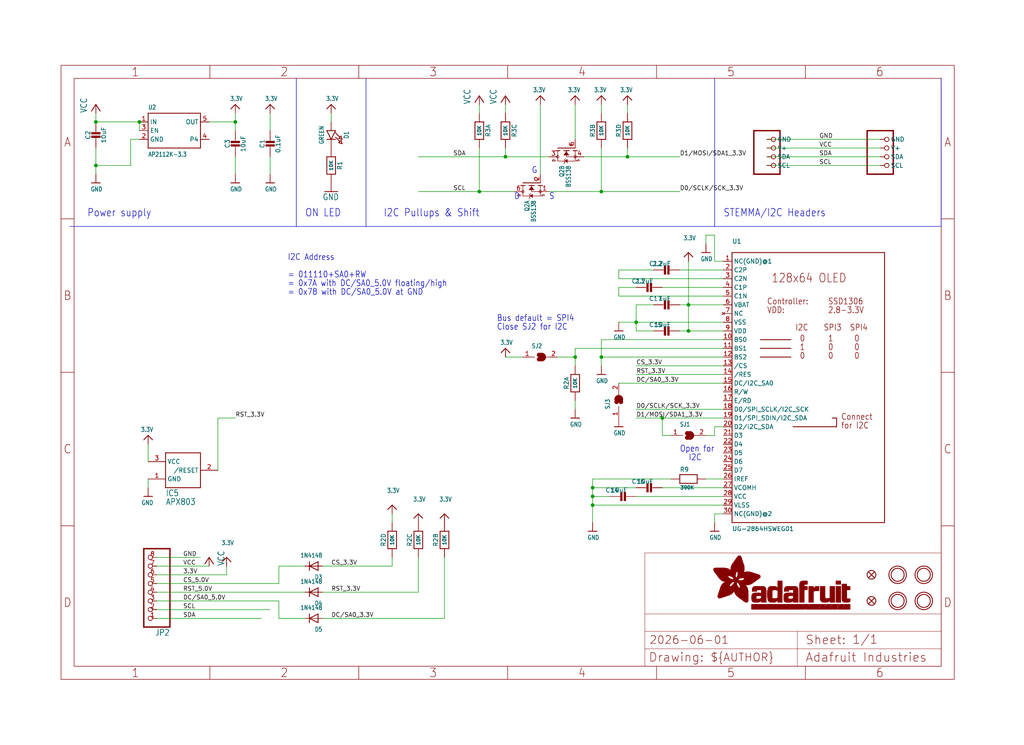
<source format=kicad_sch>
(kicad_sch (version 20230121) (generator eeschema)
  (paper "User" 298.45 217.322)
  (lib_symbols
    (symbol "working-eagle-import:3.3V" (power)
      (property "Value" "3.3V" (at -1.524 1.016 0))
      (symbol "3.3V_1_0"
        (pin power_in line (at 0 -2.54 90) (length 2.54) (name "3.3V") (number "1"))
      )
    )
    (symbol "working-eagle-import:AXP083-SAG"
      (property "Reference" "IC" (at -5.08 -7.62 0))
      (symbol "AXP083-SAG_1_0"
        (pin power_in line (at -10.16 -2.54 0) (length 5.08) (name "GND") (number "1"))
        (pin output line (at 10.16 0 180) (length 5.08) (name "/RESET") (number "2"))
        (pin power_in line (at -10.16 2.54 0) (length 5.08) (name "VCC") (number "3"))
      )
    )
    (symbol "working-eagle-import:CAP_CERAMIC0603_NO"
      (property "Reference" "C" (at -2.29 1.25 90))
      (symbol "CAP_CERAMIC0603_NO_1_0"
        (pin passive line (at 0 5.08 270) (length 2.54) (name "1") (number "1"))
        (pin passive line (at 0 -2.54 90) (length 2.54) (name "2") (number "2"))
      )
    )
    (symbol "working-eagle-import:CAP_CERAMIC0805-NOOUTLINE"
      (property "Reference" "C" (at -2.29 1.25 90))
      (symbol "CAP_CERAMIC0805-NOOUTLINE_1_0"
        (pin passive line (at 0 5.08 270) (length 2.54) (name "1") (number "1"))
        (pin passive line (at 0 -2.54 90) (length 2.54) (name "2") (number "2"))
      )
    )
    (symbol "working-eagle-import:DIODESOD-323"
      (property "Reference" "D" (at 0 2.54 0))
      (symbol "DIODESOD-323_1_0"
        (pin passive line (at -2.54 0 0) (length 2.54) (name "A") (number "A"))
        (pin passive line (at 2.54 0 180) (length 2.54) (name "C") (number "C"))
      )
    )
    (symbol "working-eagle-import:DISP_OLED_UG-2864HSWEG01"
      (property "Reference" "U" (at -22.86 40.64 0))
      (symbol "DISP_OLED_UG-2864HSWEG01_1_0"
        (text "0" (at -3.175 6.985 0) (effects (font (size 1.778 1.5113)) (justify left bottom)))
        (text "0" (at -3.175 12.065 0) (effects (font (size 1.778 1.5113)) (justify left bottom)))
        (text "0" (at 5.08 6.985 0) (effects (font (size 1.778 1.5113)) (justify left bottom)))
        (text "0" (at 5.08 9.525 0) (effects (font (size 1.778 1.5113)) (justify left bottom)))
        (text "0" (at 12.7 6.985 0) (effects (font (size 1.778 1.5113)) (justify left bottom)))
        (text "0" (at 12.7 9.525 0) (effects (font (size 1.778 1.5113)) (justify left bottom)))
        (text "0" (at 12.7 12.065 0) (effects (font (size 1.778 1.5113)) (justify left bottom)))
        (text "1" (at -3.175 9.525 0) (effects (font (size 1.778 1.5113)) (justify left bottom)))
        (text "1" (at 5.08 12.065 0) (effects (font (size 1.778 1.5113)) (justify left bottom)))
        (text "128x64 OLED" (at -11.43 29.21 0) (effects (font (size 2.54 2.159)) (justify left bottom)))
        (text "2.8-3.3V" (at 5.08 20.32 0) (effects (font (size 1.778 1.5113)) (justify left bottom)))
        (text "Connect" (at 8.89 -10.795 0) (effects (font (size 1.778 1.5113)) (justify left bottom)))
        (text "Controller:" (at -12.7 22.86 0) (effects (font (size 1.778 1.5113)) (justify left bottom)))
        (text "for I2C" (at 8.89 -13.335 0) (effects (font (size 1.778 1.5113)) (justify left bottom)))
        (text "I2C" (at -4.445 15.24 0) (effects (font (size 1.778 1.5113)) (justify left bottom)))
        (text "SPI3" (at 3.81 15.24 0) (effects (font (size 1.778 1.5113)) (justify left bottom)))
        (text "SPI4" (at 11.43 15.24 0) (effects (font (size 1.778 1.5113)) (justify left bottom)))
        (text "SSD1306" (at 5.08 22.86 0) (effects (font (size 1.778 1.5113)) (justify left bottom)))
        (text "VDD:" (at -12.7 20.32 0) (effects (font (size 1.778 1.5113)) (justify left bottom)))
        (pin input line (at -25.4 35.56 0) (length 2.54) (name "NC(GND)@1") (number "1"))
        (pin input line (at -25.4 12.7 0) (length 2.54) (name "BS0") (number "10"))
        (pin input line (at -25.4 10.16 0) (length 2.54) (name "BS1") (number "11"))
        (pin input line (at -25.4 7.62 0) (length 2.54) (name "BS2") (number "12"))
        (pin input line (at -25.4 5.08 0) (length 2.54) (name "/CS") (number "13"))
        (pin input line (at -25.4 2.54 0) (length 2.54) (name "/RES") (number "14"))
        (pin input line (at -25.4 0 0) (length 2.54) (name "DC/I2C_SA0") (number "15"))
        (pin input line (at -25.4 -2.54 0) (length 2.54) (name "R/W") (number "16"))
        (pin input line (at -25.4 -5.08 0) (length 2.54) (name "E/RD") (number "17"))
        (pin bidirectional line (at -25.4 -7.62 0) (length 2.54) (name "D0/SPI_SCLK/I2C_SCK") (number "18"))
        (pin bidirectional line (at -25.4 -10.16 0) (length 2.54) (name "D1/SPI_SDIN/I2C_SDA") (number "19"))
        (pin input line (at -25.4 33.02 0) (length 2.54) (name "C2P") (number "2"))
        (pin bidirectional line (at -25.4 -12.7 0) (length 2.54) (name "D2/I2C_SDA") (number "20"))
        (pin bidirectional line (at -25.4 -15.24 0) (length 2.54) (name "D3") (number "21"))
        (pin bidirectional line (at -25.4 -17.78 0) (length 2.54) (name "D4") (number "22"))
        (pin bidirectional line (at -25.4 -20.32 0) (length 2.54) (name "D5") (number "23"))
        (pin bidirectional line (at -25.4 -22.86 0) (length 2.54) (name "D6") (number "24"))
        (pin bidirectional line (at -25.4 -25.4 0) (length 2.54) (name "D7") (number "25"))
        (pin input line (at -25.4 -27.94 0) (length 2.54) (name "IREF") (number "26"))
        (pin output line (at -25.4 -30.48 0) (length 2.54) (name "VCOMH") (number "27"))
        (pin power_in line (at -25.4 -33.02 0) (length 2.54) (name "VCC") (number "28"))
        (pin power_in line (at -25.4 -35.56 0) (length 2.54) (name "VLSS") (number "29"))
        (pin input line (at -25.4 30.48 0) (length 2.54) (name "C2N") (number "3"))
        (pin input line (at -25.4 -38.1 0) (length 2.54) (name "NC(GND)@2") (number "30"))
        (pin input line (at -25.4 27.94 0) (length 2.54) (name "C1P") (number "4"))
        (pin input line (at -25.4 25.4 0) (length 2.54) (name "C1N") (number "5"))
        (pin input line (at -25.4 22.86 0) (length 2.54) (name "VBAT") (number "6"))
        (pin no_connect line (at -25.4 20.32 0) (length 2.54) (name "NC") (number "7"))
        (pin power_in line (at -25.4 17.78 0) (length 2.54) (name "VSS") (number "8"))
        (pin power_in line (at -25.4 15.24 0) (length 2.54) (name "VDD") (number "9"))
      )
    )
    (symbol "working-eagle-import:FIDUCIAL_1MM")
    (symbol "working-eagle-import:FRAME_A4_ADAFRUIT"
      (symbol "FRAME_A4_ADAFRUIT_1_0"
        (text "${#}/${##}" (at 230.505 10.16 0) (effects (font (size 2.54 2.54)) (justify left bottom)))
        (text "${AUTHOR}" (at 189.23 5.08 0) (effects (font (size 2.286 2.286)) (justify left bottom)))
        (text "${CURRENT_DATE}" (at 171.45 10.16 0) (effects (font (size 2.286 2.286)) (justify left bottom)))
        (text "${PROJECTNAME}" (at 171.45 15.24 0) (effects (font (size 2.54 2.54)) (justify left bottom)))
        (text "1" (at 21.6958 1.905 0) (effects (font (size 2.54 2.286))))
        (text "1" (at 21.6958 177.165 0) (effects (font (size 2.54 2.286))))
        (text "2" (at 65.0875 1.905 0) (effects (font (size 2.54 2.286))))
        (text "2" (at 65.0875 177.165 0) (effects (font (size 2.54 2.286))))
        (text "3" (at 108.4792 1.905 0) (effects (font (size 2.54 2.286))))
        (text "3" (at 108.4792 177.165 0) (effects (font (size 2.54 2.286))))
        (text "4" (at 151.8708 1.905 0) (effects (font (size 2.54 2.286))))
        (text "4" (at 151.8708 177.165 0) (effects (font (size 2.54 2.286))))
        (text "5" (at 195.2625 1.905 0) (effects (font (size 2.54 2.286))))
        (text "5" (at 195.2625 177.165 0) (effects (font (size 2.54 2.286))))
        (text "6" (at 238.6542 1.905 0) (effects (font (size 2.54 2.286))))
        (text "6" (at 238.6542 177.165 0) (effects (font (size 2.54 2.286))))
        (text "A" (at 1.905 156.6863 0) (effects (font (size 2.54 2.286))))
        (text "A" (at 258.445 156.6863 0) (effects (font (size 2.54 2.286))))
        (text "Adafruit Industries" (at 216.916 4.953 0) (effects (font (size 2.54 2.54)) (justify left bottom)))
        (text "B" (at 1.905 111.9188 0) (effects (font (size 2.54 2.286))))
        (text "B" (at 258.445 111.9188 0) (effects (font (size 2.54 2.286))))
        (text "C" (at 1.905 67.1513 0) (effects (font (size 2.54 2.286))))
        (text "C" (at 258.445 67.1513 0) (effects (font (size 2.54 2.286))))
        (text "D" (at 1.905 22.3838 0) (effects (font (size 2.54 2.286))))
        (text "D" (at 258.445 22.3838 0) (effects (font (size 2.54 2.286))))
        (text "Drawing:" (at 171.196 4.953 0) (effects (font (size 2.54 2.54)) (justify left bottom)))
        (text "Sheet:" (at 216.916 10.033 0) (effects (font (size 2.54 2.54)) (justify left bottom)))
      )
    )
    (symbol "working-eagle-import:GND" (power)
      (property "Value" "GND" (at -1.524 -2.54 0))
      (symbol "GND_1_0"
        (pin power_in line (at 0 2.54 270) (length 2.54) (name "GND") (number "1"))
      )
    )
    (symbol "working-eagle-import:HEADER-1X870MIL"
      (property "Reference" "JP" (at -6.35 13.335 0))
      (symbol "HEADER-1X870MIL_1_0"
        (pin passive inverted (at -2.54 10.16 0) (length 2.54) (name "1") (number "1"))
        (pin passive inverted (at -2.54 7.62 0) (length 2.54) (name "2") (number "2"))
        (pin passive inverted (at -2.54 5.08 0) (length 2.54) (name "3") (number "3"))
        (pin passive inverted (at -2.54 2.54 0) (length 2.54) (name "4") (number "4"))
        (pin passive inverted (at -2.54 0 0) (length 2.54) (name "5") (number "5"))
        (pin passive inverted (at -2.54 -2.54 0) (length 2.54) (name "6") (number "6"))
        (pin passive inverted (at -2.54 -5.08 0) (length 2.54) (name "7") (number "7"))
        (pin passive inverted (at -2.54 -7.62 0) (length 2.54) (name "8") (number "8"))
      )
    )
    (symbol "working-eagle-import:LED0603_NOOUTLINE"
      (property "Reference" "D" (at -1.27 4.445 0))
      (symbol "LED0603_NOOUTLINE_1_0"
        (pin passive line (at -5.08 0 0) (length 2.54) (name "A") (number "A"))
        (pin passive line (at 2.54 0 180) (length 2.54) (name "C") (number "C"))
      )
    )
    (symbol "working-eagle-import:MOSFET-N_DUAL"
      (property "Reference" "Q" (at 5.08 0.635 0))
      (symbol "MOSFET-N_DUAL_1_0"
        (text "D" (at 3.175 3.175 0) (effects (font (size 0.8128 0.6908)) (justify left bottom)))
        (text "G" (at -1.27 -1.905 0) (effects (font (size 0.8128 0.6908)) (justify left bottom)))
        (text "S" (at 3.175 -3.81 0) (effects (font (size 0.8128 0.6908)) (justify left bottom)))
        (pin bidirectional line (at 2.54 -5.08 90) (length 2.54) (name "S") (number "1"))
        (pin bidirectional line (at -2.54 -2.54 0) (length 2.54) (name "G") (number "2"))
        (pin bidirectional line (at 2.54 5.08 270) (length 2.54) (name "D") (number "6"))
      )
      (symbol "MOSFET-N_DUAL_2_0"
        (text "D" (at 3.175 3.175 0) (effects (font (size 0.8128 0.6908)) (justify left bottom)))
        (text "G" (at -1.27 -1.905 0) (effects (font (size 0.8128 0.6908)) (justify left bottom)))
        (text "S" (at 3.175 -3.81 0) (effects (font (size 0.8128 0.6908)) (justify left bottom)))
        (pin bidirectional line (at 2.54 5.08 270) (length 2.54) (name "D") (number "3"))
        (pin bidirectional line (at 2.54 -5.08 90) (length 2.54) (name "S") (number "4"))
        (pin bidirectional line (at -2.54 -2.54 0) (length 2.54) (name "G") (number "5"))
      )
    )
    (symbol "working-eagle-import:MOUNTINGHOLE2.5")
    (symbol "working-eagle-import:RESISTOR_0603_NOOUT"
      (property "Reference" "R" (at 0 2.54 0))
      (symbol "RESISTOR_0603_NOOUT_1_0"
        (pin passive line (at -5.08 0 0) (length 2.54) (name "1") (number "1"))
        (pin passive line (at 5.08 0 180) (length 2.54) (name "2") (number "2"))
      )
    )
    (symbol "working-eagle-import:RESISTOR_4PACK"
      (property "Reference" "R" (at 0 2.54 0))
      (symbol "RESISTOR_4PACK_1_0"
        (pin passive line (at -5.08 0 0) (length 2.54) (name "1") (number "1"))
        (pin passive line (at 5.08 0 180) (length 2.54) (name "2") (number "8"))
      )
      (symbol "RESISTOR_4PACK_2_0"
        (pin passive line (at -5.08 0 0) (length 2.54) (name "1") (number "2"))
        (pin passive line (at 5.08 0 180) (length 2.54) (name "2") (number "7"))
      )
      (symbol "RESISTOR_4PACK_3_0"
        (pin passive line (at -5.08 0 0) (length 2.54) (name "1") (number "3"))
        (pin passive line (at 5.08 0 180) (length 2.54) (name "2") (number "6"))
      )
      (symbol "RESISTOR_4PACK_4_0"
        (pin passive line (at -5.08 0 0) (length 2.54) (name "1") (number "4"))
        (pin passive line (at 5.08 0 180) (length 2.54) (name "2") (number "5"))
      )
    )
    (symbol "working-eagle-import:SOLDERJUMPER"
      (property "Reference" "SJ" (at -2.54 2.54 0))
      (symbol "SOLDERJUMPER_1_0"
        (pin passive line (at -5.08 0 0) (length 2.54) (name "1") (number "1"))
        (pin passive line (at 5.08 0 180) (length 2.54) (name "2") (number "2"))
      )
    )
    (symbol "working-eagle-import:SOLDERJUMPERCLOSED"
      (property "Reference" "SJ" (at -2.54 2.54 0))
      (symbol "SOLDERJUMPERCLOSED_1_0"
        (pin passive line (at -5.08 0 0) (length 2.54) (name "1") (number "1"))
        (pin passive line (at 5.08 0 180) (length 2.54) (name "2") (number "2"))
      )
    )
    (symbol "working-eagle-import:STEMMA_I2C_QT"
      (symbol "STEMMA_I2C_QT_1_0"
        (pin passive inverted (at 0 5.08 0) (length 2.54) (name "GND") (number "1"))
        (pin passive inverted (at 0 2.54 0) (length 2.54) (name "V+") (number "2"))
        (pin passive inverted (at 0 0 0) (length 2.54) (name "SDA") (number "3"))
        (pin passive inverted (at 0 -2.54 0) (length 2.54) (name "SCL") (number "4"))
      )
      (symbol "STEMMA_I2C_QT_2_0"
        (pin bidirectional line (at 0 0 0) (length 5.08) (name "MT") (number "MT1"))
      )
      (symbol "STEMMA_I2C_QT_3_0"
        (pin bidirectional line (at 0 0 0) (length 5.08) (name "MT") (number "MT2"))
      )
    )
    (symbol "working-eagle-import:VCC" (power)
      (property "Value" "VCC" (at -2.54 -2.54 90))
      (symbol "VCC_1_0"
        (pin power_in line (at 0 -2.54 90) (length 2.54) (name "VCC") (number "1"))
      )
    )
    (symbol "working-eagle-import:VREG_SOT23-5"
      (property "Reference" "U" (at -7.62 6.096 0))
      (symbol "VREG_SOT23-5_1_0"
        (pin power_in line (at -10.16 2.54 0) (length 2.54) (name "IN") (number "1"))
        (pin power_in line (at -10.16 -2.54 0) (length 2.54) (name "GND") (number "2"))
        (pin input line (at -10.16 0 0) (length 2.54) (name "EN") (number "3"))
        (pin bidirectional line (at 10.16 -2.54 180) (length 2.54) (name "P4") (number "4"))
        (pin power_in line (at 10.16 2.54 180) (length 2.54) (name "OUT") (number "5"))
      )
    )
    (symbol "working-eagle-import:supply1_GND" (power)
      (property "Value" "supply1_GND" (at -2.54 -2.54 0))
      (symbol "supply1_GND_1_0"
        (pin power_in line (at 0 2.54 270) (length 2.54) (name "GND") (number "1"))
      )
    )
  )
  (junction (at 167.64 104.14))
  (junction (at 68.58 35.56))
  (junction (at 172.72 147.32))
  (junction (at 200.66 96.52))
  (junction (at 175.26 104.14))
  (junction (at 139.7 55.88))
  (junction (at 182.88 45.72))
  (junction (at 172.72 144.78))
  (junction (at 200.66 88.9))
  (junction (at 40.64 35.56))
  (junction (at 147.32 45.72))
  (junction (at 172.72 142.24))
  (junction (at 175.26 55.88))
  (junction (at 27.94 48.26))
  (junction (at 193.04 121.92))
  (junction (at 185.42 93.98))
  (junction (at 27.94 35.56))
  (wire (pts (xy 175.26 33.02) (xy 175.26 30.48)) (stroke (width 0.1524)))
  (wire (pts (xy 114.3 149.86) (xy 114.3 152.4)) (stroke (width 0.1524)))
  (wire (pts (xy 157.48 50.8) (xy 157.48 30.48)) (stroke (width 0.1524)))
  (wire (pts (xy 27.94 33.02) (xy 27.94 35.56)) (stroke (width 0.1524)))
  (wire (pts (xy 185.42 96.52) (xy 185.42 93.98)) (stroke (width 0.1524)))
  (wire (pts (xy 66.04 167.64) (xy 66.04 165.1)) (stroke (width 0.1524)))
  (wire (pts (xy 139.7 30.48) (xy 139.7 33.02)) (stroke (width 0.1524)))
  (wire (pts (xy 60.96 35.56) (xy 68.58 35.56)) (stroke (width 0.1524)))
  (wire (pts (xy 40.64 40.64) (xy 38.1 40.64)) (stroke (width 0.1524)))
  (wire (pts (xy 205.74 68.58) (xy 205.74 71.12)) (stroke (width 0.1524)))
  (wire (pts (xy 208.28 149.86) (xy 208.28 152.4)) (stroke (width 0.1524)))
  (wire (pts (xy 114.3 165.1) (xy 114.3 162.56)) (stroke (width 0.1524)))
  (wire (pts (xy 81.28 180.34) (xy 88.9 180.34)) (stroke (width 0.1524)))
  (wire (pts (xy 182.88 45.72) (xy 198.12 45.72)) (stroke (width 0.1524)))
  (wire (pts (xy 78.74 45.72) (xy 78.74 50.8)) (stroke (width 0.1524)))
  (wire (pts (xy 40.64 38.1) (xy 40.64 35.56)) (stroke (width 0.1524)))
  (wire (pts (xy 139.7 43.18) (xy 139.7 55.88)) (stroke (width 0.1524)))
  (wire (pts (xy 68.58 45.72) (xy 68.58 50.8)) (stroke (width 0.1524)))
  (wire (pts (xy 185.42 88.9) (xy 185.42 93.98)) (stroke (width 0.1524)))
  (wire (pts (xy 208.28 124.46) (xy 208.28 127)) (stroke (width 0.1524)))
  (wire (pts (xy 167.64 101.6) (xy 210.82 101.6)) (stroke (width 0.1524)))
  (wire (pts (xy 208.28 127) (xy 205.74 127)) (stroke (width 0.1524)))
  (wire (pts (xy 208.28 76.2) (xy 208.28 68.58)) (stroke (width 0.1524)))
  (wire (pts (xy 210.82 121.92) (xy 193.04 121.92)) (stroke (width 0.1524)))
  (wire (pts (xy 256.54 45.72) (xy 223.52 45.72)) (stroke (width 0.1524)))
  (wire (pts (xy 45.72 162.56) (xy 58.42 162.56)) (stroke (width 0.1524)))
  (wire (pts (xy 180.34 83.82) (xy 180.34 86.36)) (stroke (width 0.1524)))
  (wire (pts (xy 195.58 127) (xy 193.04 127)) (stroke (width 0.1524)))
  (wire (pts (xy 182.88 43.18) (xy 182.88 45.72)) (stroke (width 0.1524)))
  (wire (pts (xy 162.56 104.14) (xy 167.64 104.14)) (stroke (width 0.1524)))
  (wire (pts (xy 170.18 45.72) (xy 182.88 45.72)) (stroke (width 0.1524)))
  (wire (pts (xy 63.5 121.92) (xy 68.58 121.92)) (stroke (width 0.1524)))
  (wire (pts (xy 175.26 99.06) (xy 175.26 104.14)) (stroke (width 0.1524)))
  (wire (pts (xy 223.52 43.18) (xy 256.54 43.18)) (stroke (width 0.1524)))
  (wire (pts (xy 210.82 144.78) (xy 185.42 144.78)) (stroke (width 0.1524)))
  (wire (pts (xy 27.94 48.26) (xy 27.94 50.8)) (stroke (width 0.1524)))
  (wire (pts (xy 180.34 81.28) (xy 210.82 81.28)) (stroke (width 0.1524)))
  (wire (pts (xy 93.98 180.34) (xy 129.54 180.34)) (stroke (width 0.1524)))
  (polyline (pts (xy 86.36 66.04) (xy 106.68 66.04)) (stroke (width 0.1524) (type solid)))
  (wire (pts (xy 182.88 33.02) (xy 182.88 30.48)) (stroke (width 0.1524)))
  (wire (pts (xy 147.32 33.02) (xy 147.32 30.48)) (stroke (width 0.1524)))
  (wire (pts (xy 193.04 121.92) (xy 185.42 121.92)) (stroke (width 0.1524)))
  (wire (pts (xy 200.66 88.9) (xy 198.12 88.9)) (stroke (width 0.1524)))
  (wire (pts (xy 45.72 177.8) (xy 78.74 177.8)) (stroke (width 0.1524)))
  (wire (pts (xy 81.28 170.18) (xy 81.28 165.1)) (stroke (width 0.1524)))
  (wire (pts (xy 210.82 93.98) (xy 185.42 93.98)) (stroke (width 0.1524)))
  (wire (pts (xy 45.72 172.72) (xy 88.9 172.72)) (stroke (width 0.1524)))
  (wire (pts (xy 210.82 142.24) (xy 193.04 142.24)) (stroke (width 0.1524)))
  (wire (pts (xy 167.64 101.6) (xy 167.64 104.14)) (stroke (width 0.1524)))
  (wire (pts (xy 200.66 76.2) (xy 200.66 88.9)) (stroke (width 0.1524)))
  (wire (pts (xy 81.28 165.1) (xy 88.9 165.1)) (stroke (width 0.1524)))
  (wire (pts (xy 223.52 48.26) (xy 256.54 48.26)) (stroke (width 0.1524)))
  (wire (pts (xy 40.64 35.56) (xy 27.94 35.56)) (stroke (width 0.1524)))
  (wire (pts (xy 210.82 96.52) (xy 200.66 96.52)) (stroke (width 0.1524)))
  (wire (pts (xy 68.58 35.56) (xy 68.58 33.02)) (stroke (width 0.1524)))
  (wire (pts (xy 152.4 104.14) (xy 147.32 104.14)) (stroke (width 0.1524)))
  (polyline (pts (xy 106.68 66.04) (xy 208.28 66.04)) (stroke (width 0.1524) (type solid)))
  (wire (pts (xy 147.32 45.72) (xy 121.92 45.72)) (stroke (width 0.1524)))
  (wire (pts (xy 45.72 170.18) (xy 81.28 170.18)) (stroke (width 0.1524)))
  (polyline (pts (xy 274.32 22.86) (xy 274.32 66.04)) (stroke (width 0.1524) (type solid)))
  (wire (pts (xy 185.42 83.82) (xy 180.34 83.82)) (stroke (width 0.1524)))
  (wire (pts (xy 175.26 104.14) (xy 175.26 106.68)) (stroke (width 0.1524)))
  (wire (pts (xy 210.82 76.2) (xy 208.28 76.2)) (stroke (width 0.1524)))
  (wire (pts (xy 172.72 142.24) (xy 172.72 139.7)) (stroke (width 0.1524)))
  (wire (pts (xy 172.72 147.32) (xy 172.72 152.4)) (stroke (width 0.1524)))
  (wire (pts (xy 45.72 180.34) (xy 76.2 180.34)) (stroke (width 0.1524)))
  (wire (pts (xy 43.18 139.7) (xy 43.18 142.24)) (stroke (width 0.1524)))
  (polyline (pts (xy 208.28 22.86) (xy 208.28 66.04)) (stroke (width 0.1524) (type solid)))
  (wire (pts (xy 210.82 139.7) (xy 205.74 139.7)) (stroke (width 0.1524)))
  (wire (pts (xy 210.82 149.86) (xy 208.28 149.86)) (stroke (width 0.1524)))
  (wire (pts (xy 93.98 172.72) (xy 121.92 172.72)) (stroke (width 0.1524)))
  (wire (pts (xy 210.82 104.14) (xy 175.26 104.14)) (stroke (width 0.1524)))
  (polyline (pts (xy 106.68 22.86) (xy 106.68 66.04)) (stroke (width 0.1524) (type solid)))
  (wire (pts (xy 185.42 93.98) (xy 180.34 93.98)) (stroke (width 0.1524)))
  (wire (pts (xy 200.66 88.9) (xy 200.66 96.52)) (stroke (width 0.1524)))
  (wire (pts (xy 167.64 40.64) (xy 167.64 30.48)) (stroke (width 0.1524)))
  (wire (pts (xy 208.28 68.58) (xy 205.74 68.58)) (stroke (width 0.1524)))
  (wire (pts (xy 210.82 147.32) (xy 172.72 147.32)) (stroke (width 0.1524)))
  (wire (pts (xy 45.72 167.64) (xy 66.04 167.64)) (stroke (width 0.1524)))
  (polyline (pts (xy 20.32 66.04) (xy 86.36 66.04)) (stroke (width 0.1524) (type solid)))
  (wire (pts (xy 185.42 142.24) (xy 172.72 142.24)) (stroke (width 0.1524)))
  (wire (pts (xy 210.82 106.68) (xy 185.42 106.68)) (stroke (width 0.1524)))
  (wire (pts (xy 81.28 175.26) (xy 81.28 180.34)) (stroke (width 0.1524)))
  (wire (pts (xy 167.64 119.38) (xy 167.64 116.84)) (stroke (width 0.1524)))
  (wire (pts (xy 149.86 55.88) (xy 139.7 55.88)) (stroke (width 0.1524)))
  (wire (pts (xy 210.82 109.22) (xy 185.42 109.22)) (stroke (width 0.1524)))
  (wire (pts (xy 139.7 55.88) (xy 121.92 55.88)) (stroke (width 0.1524)))
  (wire (pts (xy 147.32 43.18) (xy 147.32 45.72)) (stroke (width 0.1524)))
  (wire (pts (xy 43.18 134.62) (xy 43.18 129.54)) (stroke (width 0.1524)))
  (wire (pts (xy 177.8 144.78) (xy 172.72 144.78)) (stroke (width 0.1524)))
  (wire (pts (xy 78.74 33.02) (xy 78.74 38.1)) (stroke (width 0.1524)))
  (wire (pts (xy 190.5 78.74) (xy 180.34 78.74)) (stroke (width 0.1524)))
  (wire (pts (xy 210.82 124.46) (xy 208.28 124.46)) (stroke (width 0.1524)))
  (wire (pts (xy 167.64 104.14) (xy 167.64 106.68)) (stroke (width 0.1524)))
  (wire (pts (xy 129.54 180.34) (xy 129.54 162.56)) (stroke (width 0.1524)))
  (wire (pts (xy 180.34 86.36) (xy 210.82 86.36)) (stroke (width 0.1524)))
  (wire (pts (xy 210.82 99.06) (xy 175.26 99.06)) (stroke (width 0.1524)))
  (wire (pts (xy 256.54 40.64) (xy 223.52 40.64)) (stroke (width 0.1524)))
  (wire (pts (xy 210.82 78.74) (xy 198.12 78.74)) (stroke (width 0.1524)))
  (wire (pts (xy 45.72 175.26) (xy 81.28 175.26)) (stroke (width 0.1524)))
  (wire (pts (xy 93.98 165.1) (xy 114.3 165.1)) (stroke (width 0.1524)))
  (wire (pts (xy 121.92 172.72) (xy 121.92 162.56)) (stroke (width 0.1524)))
  (wire (pts (xy 160.02 45.72) (xy 147.32 45.72)) (stroke (width 0.1524)))
  (wire (pts (xy 210.82 119.38) (xy 185.42 119.38)) (stroke (width 0.1524)))
  (wire (pts (xy 175.26 55.88) (xy 198.12 55.88)) (stroke (width 0.1524)))
  (wire (pts (xy 38.1 48.26) (xy 27.94 48.26)) (stroke (width 0.1524)))
  (wire (pts (xy 190.5 96.52) (xy 185.42 96.52)) (stroke (width 0.1524)))
  (wire (pts (xy 160.02 55.88) (xy 175.26 55.88)) (stroke (width 0.1524)))
  (wire (pts (xy 45.72 165.1) (xy 60.96 165.1)) (stroke (width 0.1524)))
  (wire (pts (xy 172.72 147.32) (xy 172.72 144.78)) (stroke (width 0.1524)))
  (polyline (pts (xy 208.28 66.04) (xy 274.32 66.04)) (stroke (width 0.1524) (type solid)))
  (wire (pts (xy 172.72 144.78) (xy 172.72 142.24)) (stroke (width 0.1524)))
  (wire (pts (xy 96.52 35.56) (xy 96.52 33.02)) (stroke (width 0.1524)))
  (wire (pts (xy 180.34 78.74) (xy 180.34 81.28)) (stroke (width 0.1524)))
  (wire (pts (xy 38.1 40.64) (xy 38.1 48.26)) (stroke (width 0.1524)))
  (wire (pts (xy 193.04 127) (xy 193.04 121.92)) (stroke (width 0.1524)))
  (wire (pts (xy 210.82 111.76) (xy 180.34 111.76)) (stroke (width 0.1524)))
  (wire (pts (xy 27.94 48.26) (xy 27.94 43.18)) (stroke (width 0.1524)))
  (wire (pts (xy 175.26 43.18) (xy 175.26 55.88)) (stroke (width 0.1524)))
  (wire (pts (xy 190.5 88.9) (xy 185.42 88.9)) (stroke (width 0.1524)))
  (wire (pts (xy 210.82 83.82) (xy 193.04 83.82)) (stroke (width 0.1524)))
  (wire (pts (xy 210.82 88.9) (xy 200.66 88.9)) (stroke (width 0.1524)))
  (wire (pts (xy 172.72 139.7) (xy 195.58 139.7)) (stroke (width 0.1524)))
  (wire (pts (xy 68.58 35.56) (xy 68.58 38.1)) (stroke (width 0.1524)))
  (wire (pts (xy 63.5 137.16) (xy 63.5 121.92)) (stroke (width 0.1524)))
  (polyline (pts (xy 86.36 22.86) (xy 86.36 66.04)) (stroke (width 0.1524) (type solid)))
  (wire (pts (xy 200.66 96.52) (xy 198.12 96.52)) (stroke (width 0.1524)))
  (text "Open for" (at 198.12 132.08 0) (effects (font (size 1.778 1.5113)) (justify left bottom)))
  (text "Power supply" (at 25.4 63.5 0) (effects (font (size 2.1844 1.8567)) (justify left bottom)))
  (text "Close SJ2 for I2C" (at 144.78 96.52 0) (effects (font (size 1.778 1.5113)) (justify left bottom)))
  (text "= 0x7A with DC/SA0_5.0V floating/high" (at 83.82 83.82 0) (effects (font (size 1.778 1.5113)) (justify left bottom)))
  (text "= 0x78 with DC/SA0_5.0V at GND" (at 83.82 86.36 0) (effects (font (size 1.778 1.5113)) (justify left bottom)))
  (text "I2C" (at 200.66 134.62 0) (effects (font (size 1.778 1.5113)) (justify left bottom)))
  (text "D" (at 149.86 58.42 0) (effects (font (size 1.778 1.5113)) (justify left bottom)))
  (text "STEMMA/I2C Headers" (at 210.82 63.5 0) (effects (font (size 2.1844 1.8567)) (justify left bottom)))
  (text "ON LED" (at 88.9 63.5 0) (effects (font (size 2.1844 1.8567)) (justify left bottom)))
  (text "G" (at 154.94 50.8 0) (effects (font (size 1.778 1.5113)) (justify left bottom)))
  (text "I2C Address" (at 83.82 76.2 0) (effects (font (size 1.778 1.5113)) (justify left bottom)))
  (text "= 011110+SA0+RW" (at 83.82 81.28 0) (effects (font (size 1.778 1.5113)) (justify left bottom)))
  (text "I2C Pullups & Shift" (at 111.76 63.5 0) (effects (font (size 2.1844 1.8567)) (justify left bottom)))
  (text "S" (at 160.02 58.42 0) (effects (font (size 1.778 1.5113)) (justify left bottom)))
  (text "Bus default = SPI4" (at 144.78 93.98 0) (effects (font (size 1.778 1.5113)) (justify left bottom)))
  (label "RST_3.3V" (at 68.58 121.92 0) (effects (font (size 1.2446 1.2446))))
  (label "D0/SCLK/SCK_3.3V" (at 198.12 55.88 0) (effects (font (size 1.2446 1.2446))))
  (label "RST_3.3V" (at 96.52 172.72 0) (effects (font (size 1.2446 1.2446))))
  (label "SDA" (at 238.76 45.72 0) (effects (font (size 1.2446 1.2446))))
  (label "GND" (at 238.76 40.64 0) (effects (font (size 1.2446 1.2446))))
  (label "SCL" (at 53.34 177.8 0) (effects (font (size 1.2446 1.2446))))
  (label "CS_5.0V" (at 53.34 170.18 0) (effects (font (size 1.2446 1.2446))))
  (label "RST_3.3V" (at 185.42 109.22 0) (effects (font (size 1.2446 1.2446))))
  (label "SCL" (at 132.08 55.88 0) (effects (font (size 1.2446 1.2446))))
  (label "SDA" (at 132.08 45.72 0) (effects (font (size 1.2446 1.2446))))
  (label "CS_3.3V" (at 185.42 106.68 0) (effects (font (size 1.2446 1.2446))))
  (label "VCC" (at 53.34 165.1 0) (effects (font (size 1.2446 1.2446))))
  (label "DC/SA0_5.0V" (at 53.34 175.26 0) (effects (font (size 1.2446 1.2446))))
  (label "D1/MOSI/SDA1_3.3V" (at 198.12 45.72 0) (effects (font (size 1.2446 1.2446))))
  (label "3.3V" (at 53.34 167.64 0) (effects (font (size 1.2446 1.2446))))
  (label "GND" (at 53.34 162.56 0) (effects (font (size 1.2446 1.2446))))
  (label "RST_5.0V" (at 53.34 172.72 0) (effects (font (size 1.2446 1.2446))))
  (label "D0/SCLK/SCK_3.3V" (at 185.42 119.38 0) (effects (font (size 1.2446 1.2446))))
  (label "DC/SA0_3.3V" (at 96.52 180.34 0) (effects (font (size 1.2446 1.2446))))
  (label "VCC" (at 238.76 43.18 0) (effects (font (size 1.2446 1.2446))))
  (label "SDA" (at 53.34 180.34 0) (effects (font (size 1.2446 1.2446))))
  (label "DC/SA0_3.3V" (at 185.42 111.76 0) (effects (font (size 1.2446 1.2446))))
  (label "D1/MOSI/SDA1_3.3V" (at 185.42 121.92 0) (effects (font (size 1.2446 1.2446))))
  (label "SCL" (at 238.76 48.26 0) (effects (font (size 1.2446 1.2446))))
  (label "CS_3.3V" (at 96.52 165.1 0) (effects (font (size 1.2446 1.2446))))
  (symbol (lib_id "working-eagle-import:CAP_CERAMIC0805-NOOUTLINE") (at 190.5 83.82 90) (unit 1)
    (property "Reference" "C13" (at 187.96 81.28 90) (effects (justify left bottom)))
    (property "Value" "2.2uF" (at 190.5 81.28 90) (effects (justify left bottom)))
    (property "Footprint" "working:0805-NO" (effects hide))
  )
  (symbol (lib_id "working-eagle-import:CAP_CERAMIC0805-NOOUTLINE") (at 182.88 144.78 90) (unit 1)
    (property "Reference" "C14" (at 180.34 142.24 90) (effects (justify left bottom)))
    (property "Value" "10uF" (at 182.88 142.24 90) (effects (justify left bottom)))
    (property "Footprint" "working:0805-NO" (effects hide))
  )
  (symbol (lib_id "working-eagle-import:FIDUCIAL_1MM") (at 254 167.64 0) (unit 1)
    (property "Reference" "FID4" (effects hide))
    (property "Value" "FIDUCIAL_1MM" (effects hide))
    (property "Footprint" "working:FIDUCIAL_1MM" (effects hide))
  )
  (symbol (lib_id "working-eagle-import:CAP_CERAMIC0603_NO") (at 195.58 88.9 90) (unit 1)
    (property "Reference" "C17" (at 193.04 86.36 90) (effects (justify left bottom)))
    (property "Value" "1uF" (at 195.58 86.36 90) (effects (justify left bottom)))
    (property "Footprint" "working:0603-NO" (effects hide))
  )
  (symbol (lib_id "working-eagle-import:STEMMA_I2C_QT") (at 223.52 45.72 0) (unit 1)
    (property "Reference" "CONN1" (effects hide))
    (property "Value" "STEMMA_I2C_QT" (effects hide))
    (property "Footprint" "working:JST_SH4" (effects hide))
  )
  (symbol (lib_id "working-eagle-import:3.3V") (at 200.66 73.66 0) (unit 1)
    (property "Reference" "#U$46" (effects hide))
    (property "Value" "3.3V" (at 199.136 70.104 0) (effects (font (size 1.27 1.0795)) (justify left bottom)))
  )
  (symbol (lib_id "working-eagle-import:CAP_CERAMIC0805-NOOUTLINE") (at 68.58 43.18 0) (unit 1)
    (property "Reference" "C3" (at 66.29 41.93 90))
    (property "Value" "10uF" (at 70.88 41.93 90))
    (property "Footprint" "working:0805-NO" (effects hide))
  )
  (symbol (lib_id "working-eagle-import:supply1_GND") (at 96.52 55.88 0) (unit 1)
    (property "Reference" "#GND6" (effects hide))
    (property "Value" "GND" (at 93.98 58.42 0) (effects (font (size 1.778 1.5113)) (justify left bottom)))
  )
  (symbol (lib_id "working-eagle-import:MOSFET-N_DUAL") (at 165.1 43.18 90) (mirror x) (unit 2)
    (property "Reference" "Q2" (at 164.465 48.26 0) (effects (font (size 1.27 1.0795)) (justify left bottom)))
    (property "Value" "BSS138" (at 166.37 48.26 0) (effects (font (size 1.27 1.0795)) (justify left bottom)))
    (property "Footprint" "working:SOT363" (effects hide))
  )
  (symbol (lib_id "working-eagle-import:GND") (at 68.58 53.34 0) (unit 1)
    (property "Reference" "#U$5" (effects hide))
    (property "Value" "GND" (at 67.056 55.88 0) (effects (font (size 1.27 1.0795)) (justify left bottom)))
  )
  (symbol (lib_id "working-eagle-import:GND") (at 167.64 121.92 0) (unit 1)
    (property "Reference" "#U$27" (effects hide))
    (property "Value" "GND" (at 166.116 124.46 0) (effects (font (size 1.27 1.0795)) (justify left bottom)))
  )
  (symbol (lib_id "working-eagle-import:3.3V") (at 68.58 30.48 0) (unit 1)
    (property "Reference" "#U$15" (effects hide))
    (property "Value" "3.3V" (at 67.056 29.464 0) (effects (font (size 1.27 1.0795)) (justify left bottom)))
  )
  (symbol (lib_id "working-eagle-import:RESISTOR_4PACK") (at 129.54 157.48 90) (unit 2)
    (property "Reference" "R2" (at 127 157.48 0))
    (property "Value" "10K" (at 129.54 157.48 0) (effects (font (size 1.016 1.016) bold)))
    (property "Footprint" "working:RESPACK_4X0603" (effects hide))
  )
  (symbol (lib_id "working-eagle-import:GND") (at 43.18 144.78 0) (mirror y) (unit 1)
    (property "Reference" "#U$2" (effects hide))
    (property "Value" "GND" (at 44.704 147.32 0) (effects (font (size 1.27 1.0795)) (justify left bottom)))
  )
  (symbol (lib_id "working-eagle-import:DIODESOD-323") (at 91.44 180.34 180) (unit 1)
    (property "Reference" "D5" (at 93.98 182.88 0) (effects (font (size 1.27 1.0795)) (justify left bottom)))
    (property "Value" "1N4148" (at 93.98 176.53 0) (effects (font (size 1.27 1.0795)) (justify left bottom)))
    (property "Footprint" "working:SOD-323" (effects hide))
  )
  (symbol (lib_id "working-eagle-import:VCC") (at 139.7 27.94 0) (unit 1)
    (property "Reference" "#P+1" (effects hide))
    (property "Value" "VCC" (at 137.16 30.48 90) (effects (font (size 1.778 1.5113)) (justify left bottom)))
  )
  (symbol (lib_id "working-eagle-import:MOUNTINGHOLE2.5") (at 269.24 175.26 0) (unit 1)
    (property "Reference" "U$21" (effects hide))
    (property "Value" "MOUNTINGHOLE2.5" (effects hide))
    (property "Footprint" "working:MOUNTINGHOLE_2.5_PLATED" (effects hide))
  )
  (symbol (lib_id "working-eagle-import:RESISTOR_4PACK") (at 114.3 157.48 90) (unit 4)
    (property "Reference" "R2" (at 111.76 157.48 0))
    (property "Value" "10K" (at 114.3 157.48 0) (effects (font (size 1.016 1.016) bold)))
    (property "Footprint" "working:RESPACK_4X0603" (effects hide))
  )
  (symbol (lib_id "working-eagle-import:DIODESOD-323") (at 91.44 172.72 180) (unit 1)
    (property "Reference" "D4" (at 93.98 175.26 0) (effects (font (size 1.27 1.0795)) (justify left bottom)))
    (property "Value" "1N4148" (at 93.98 168.91 0) (effects (font (size 1.27 1.0795)) (justify left bottom)))
    (property "Footprint" "working:SOD-323" (effects hide))
  )
  (symbol (lib_id "working-eagle-import:GND") (at 208.28 154.94 0) (unit 1)
    (property "Reference" "#U$43" (effects hide))
    (property "Value" "GND" (at 206.756 157.48 0) (effects (font (size 1.27 1.0795)) (justify left bottom)))
  )
  (symbol (lib_id "working-eagle-import:GND") (at 27.94 53.34 0) (unit 1)
    (property "Reference" "#U$13" (effects hide))
    (property "Value" "GND" (at 26.416 55.88 0) (effects (font (size 1.27 1.0795)) (justify left bottom)))
  )
  (symbol (lib_id "working-eagle-import:DIODESOD-323") (at 91.44 165.1 180) (unit 1)
    (property "Reference" "D3" (at 93.98 167.64 0) (effects (font (size 1.27 1.0795)) (justify left bottom)))
    (property "Value" "1N4148" (at 93.98 161.29 0) (effects (font (size 1.27 1.0795)) (justify left bottom)))
    (property "Footprint" "working:SOD-323" (effects hide))
  )
  (symbol (lib_id "working-eagle-import:DISP_OLED_UG-2864HSWEG01") (at 236.22 111.76 0) (unit 1)
    (property "Reference" "U1" (at 213.36 71.12 0) (effects (justify left bottom)))
    (property "Value" "UG-2864HSWEG01" (at 213.36 154.94 0) (effects (justify left bottom)))
    (property "Footprint" "working:UG-2864HSWEG01_1.3_WRAPAROUND" (effects hide))
  )
  (symbol (lib_id "working-eagle-import:GND") (at 78.74 53.34 0) (unit 1)
    (property "Reference" "#U$6" (effects hide))
    (property "Value" "GND" (at 77.216 55.88 0) (effects (font (size 1.27 1.0795)) (justify left bottom)))
  )
  (symbol (lib_id "working-eagle-import:GND") (at 175.26 109.22 0) (unit 1)
    (property "Reference" "#U$20" (effects hide))
    (property "Value" "GND" (at 173.736 111.76 0) (effects (font (size 1.27 1.0795)) (justify left bottom)))
  )
  (symbol (lib_id "working-eagle-import:GND") (at 180.34 124.46 0) (unit 1)
    (property "Reference" "#U$4" (effects hide))
    (property "Value" "GND" (at 178.816 127 0) (effects (font (size 1.27 1.0795)) (justify left bottom)))
  )
  (symbol (lib_id "working-eagle-import:3.3V") (at 167.64 27.94 0) (mirror y) (unit 1)
    (property "Reference" "#U$23" (effects hide))
    (property "Value" "3.3V" (at 169.164 26.924 0) (effects (font (size 1.27 1.0795)) (justify left bottom)))
  )
  (symbol (lib_id "working-eagle-import:RESISTOR_4PACK") (at 121.92 157.48 90) (unit 3)
    (property "Reference" "R2" (at 119.38 157.48 0))
    (property "Value" "10K" (at 121.92 157.48 0) (effects (font (size 1.016 1.016) bold)))
    (property "Footprint" "working:RESPACK_4X0603" (effects hide))
  )
  (symbol (lib_id "working-eagle-import:3.3V") (at 114.3 147.32 0) (unit 1)
    (property "Reference" "#U$37" (effects hide))
    (property "Value" "3.3V" (at 112.776 143.764 0) (effects (font (size 1.27 1.0795)) (justify left bottom)))
  )
  (symbol (lib_id "working-eagle-import:3.3V") (at 147.32 101.6 0) (unit 1)
    (property "Reference" "#U$30" (effects hide))
    (property "Value" "3.3V" (at 145.796 100.584 0) (effects (font (size 1.27 1.0795)) (justify left bottom)))
  )
  (symbol (lib_id "working-eagle-import:RESISTOR_4PACK") (at 182.88 38.1 90) (mirror x) (unit 4)
    (property "Reference" "R3" (at 180.34 38.1 0))
    (property "Value" "10K" (at 182.88 38.1 0) (effects (font (size 1.016 1.016) bold)))
    (property "Footprint" "working:RESPACK_4X0603" (effects hide))
  )
  (symbol (lib_id "working-eagle-import:SOLDERJUMPER") (at 180.34 116.84 90) (unit 1)
    (property "Reference" "SJ3" (at 177.8 119.38 0) (effects (font (size 1.27 1.0795)) (justify left bottom)))
    (property "Value" "SOLDERJUMPER" (effects hide))
    (property "Footprint" "working:SOLDERJUMPER_ARROW_NOPASTE" (effects hide))
  )
  (symbol (lib_id "working-eagle-import:CAP_CERAMIC0603_NO") (at 78.74 43.18 0) (unit 1)
    (property "Reference" "C1" (at 76.45 41.93 90))
    (property "Value" "0.1uF" (at 81.04 41.93 90))
    (property "Footprint" "working:0603-NO" (effects hide))
  )
  (symbol (lib_id "working-eagle-import:MOUNTINGHOLE2.5") (at 261.62 167.64 0) (unit 1)
    (property "Reference" "U$17" (effects hide))
    (property "Value" "MOUNTINGHOLE2.5" (effects hide))
    (property "Footprint" "working:MOUNTINGHOLE_2.5_PLATED" (effects hide))
  )
  (symbol (lib_id "working-eagle-import:3.3V") (at 66.04 162.56 0) (unit 1)
    (property "Reference" "#U$36" (effects hide))
    (property "Value" "3.3V" (at 64.516 159.004 0) (effects (font (size 1.27 1.0795)) (justify left bottom)))
  )
  (symbol (lib_id "working-eagle-import:RESISTOR_4PACK") (at 147.32 38.1 270) (unit 3)
    (property "Reference" "R3" (at 149.86 38.1 0))
    (property "Value" "10K" (at 147.32 38.1 0) (effects (font (size 1.016 1.016) bold)))
    (property "Footprint" "working:RESPACK_4X0603" (effects hide))
  )
  (symbol (lib_id "working-eagle-import:3.3V") (at 175.26 27.94 0) (mirror y) (unit 1)
    (property "Reference" "#U$24" (effects hide))
    (property "Value" "3.3V" (at 176.784 26.924 0) (effects (font (size 1.27 1.0795)) (justify left bottom)))
  )
  (symbol (lib_id "working-eagle-import:MOSFET-N_DUAL") (at 154.94 53.34 90) (mirror x) (unit 1)
    (property "Reference" "Q2" (at 154.305 58.42 0) (effects (font (size 1.27 1.0795)) (justify left bottom)))
    (property "Value" "BSS138" (at 156.21 58.42 0) (effects (font (size 1.27 1.0795)) (justify left bottom)))
    (property "Footprint" "working:SOT363" (effects hide))
  )
  (symbol (lib_id "working-eagle-import:3.3V") (at 43.18 127 0) (mirror y) (unit 1)
    (property "Reference" "#U$11" (effects hide))
    (property "Value" "3.3V" (at 44.704 125.984 0) (effects (font (size 1.27 1.0795)) (justify left bottom)))
  )
  (symbol (lib_id "working-eagle-import:VCC") (at 147.32 27.94 0) (unit 1)
    (property "Reference" "#P+2" (effects hide))
    (property "Value" "VCC" (at 144.78 30.48 90) (effects (font (size 1.778 1.5113)) (justify left bottom)))
  )
  (symbol (lib_id "working-eagle-import:RESISTOR_0603_NOOUT") (at 200.66 139.7 0) (unit 1)
    (property "Reference" "R9" (at 198.12 137.668 0) (effects (justify left bottom)))
    (property "Value" "390K" (at 198.12 142.875 0) (effects (font (size 1.016 1.016) bold) (justify left bottom)))
    (property "Footprint" "working:0603-NO" (effects hide))
  )
  (symbol (lib_id "working-eagle-import:GND") (at 180.34 96.52 0) (unit 1)
    (property "Reference" "#U$44" (effects hide))
    (property "Value" "GND" (at 178.816 99.06 0) (effects (font (size 1.27 1.0795)) (justify left bottom)))
  )
  (symbol (lib_id "working-eagle-import:CAP_CERAMIC0805-NOOUTLINE") (at 195.58 78.74 90) (unit 1)
    (property "Reference" "C12" (at 193.04 76.2 90) (effects (justify left bottom)))
    (property "Value" "2.2uF" (at 195.58 76.2 90) (effects (justify left bottom)))
    (property "Footprint" "working:0805-NO" (effects hide))
  )
  (symbol (lib_id "working-eagle-import:3.3V") (at 182.88 27.94 0) (mirror y) (unit 1)
    (property "Reference" "#U$7" (effects hide))
    (property "Value" "3.3V" (at 184.404 26.924 0) (effects (font (size 1.27 1.0795)) (justify left bottom)))
  )
  (symbol (lib_id "working-eagle-import:MOUNTINGHOLE2.5") (at 261.62 175.26 0) (unit 1)
    (property "Reference" "U$1" (effects hide))
    (property "Value" "MOUNTINGHOLE2.5" (effects hide))
    (property "Footprint" "working:MOUNTINGHOLE_2.5_PLATED" (effects hide))
  )
  (symbol (lib_id "working-eagle-import:3.3V") (at 96.52 30.48 0) (unit 1)
    (property "Reference" "#U$3" (effects hide))
    (property "Value" "3.3V" (at 94.996 29.464 0) (effects (font (size 1.27 1.0795)) (justify left bottom)))
  )
  (symbol (lib_id "working-eagle-import:VCC") (at 60.96 162.56 0) (mirror y) (unit 1)
    (property "Reference" "#P+4" (effects hide))
    (property "Value" "VCC" (at 63.5 165.1 90) (effects (font (size 1.778 1.5113)) (justify left bottom)))
  )
  (symbol (lib_id "working-eagle-import:3.3V") (at 121.92 149.86 0) (unit 1)
    (property "Reference" "#U$38" (effects hide))
    (property "Value" "3.3V" (at 120.396 146.304 0) (effects (font (size 1.27 1.0795)) (justify left bottom)))
  )
  (symbol (lib_id "working-eagle-import:GND") (at 205.74 73.66 0) (unit 1)
    (property "Reference" "#U$42" (effects hide))
    (property "Value" "GND" (at 204.216 76.2 0) (effects (font (size 1.27 1.0795)) (justify left bottom)))
  )
  (symbol (lib_id "working-eagle-import:HEADER-1X870MIL") (at 43.18 170.18 180) (unit 1)
    (property "Reference" "JP2" (at 49.53 183.515 0) (effects (font (size 1.778 1.5113)) (justify left bottom)))
    (property "Value" "HEADER-1X870MIL" (effects hide))
    (property "Footprint" "working:1X08_ROUND_70" (effects hide))
  )
  (symbol (lib_id "working-eagle-import:FIDUCIAL_1MM") (at 254 175.26 0) (unit 1)
    (property "Reference" "FID3" (effects hide))
    (property "Value" "FIDUCIAL_1MM" (effects hide))
    (property "Footprint" "working:FIDUCIAL_1MM" (effects hide))
  )
  (symbol (lib_id "working-eagle-import:MOUNTINGHOLE2.5") (at 269.24 167.64 0) (unit 1)
    (property "Reference" "U$19" (effects hide))
    (property "Value" "MOUNTINGHOLE2.5" (effects hide))
    (property "Footprint" "working:MOUNTINGHOLE_2.5_PLATED" (effects hide))
  )
  (symbol (lib_id "working-eagle-import:CAP_CERAMIC0805-NOOUTLINE") (at 27.94 40.64 0) (unit 1)
    (property "Reference" "C2" (at 25.65 39.39 90))
    (property "Value" "10uF" (at 30.24 39.39 90))
    (property "Footprint" "working:0805-NO" (effects hide))
  )
  (symbol (lib_id "working-eagle-import:SOLDERJUMPERCLOSED") (at 157.48 104.14 0) (unit 1)
    (property "Reference" "SJ2" (at 154.94 101.6 0) (effects (font (size 1.27 1.0795)) (justify left bottom)))
    (property "Value" "SOLDERJUMPERCLOSED" (effects hide))
    (property "Footprint" "working:SOLDERJUMPER_CLOSEDWIRE" (effects hide))
  )
  (symbol (lib_id "working-eagle-import:3.3V") (at 129.54 149.86 0) (unit 1)
    (property "Reference" "#U$39" (effects hide))
    (property "Value" "3.3V" (at 128.016 146.304 0) (effects (font (size 1.27 1.0795)) (justify left bottom)))
  )
  (symbol (lib_id "working-eagle-import:AXP083-SAG") (at 53.34 137.16 0) (unit 1)
    (property "Reference" "IC5" (at 48.26 144.78 0) (effects (font (size 1.778 1.5113)) (justify left bottom)))
    (property "Value" "APX803" (at 48.26 147.32 0) (effects (font (size 1.778 1.5113)) (justify left bottom)))
    (property "Footprint" "working:SOT23" (effects hide))
  )
  (symbol (lib_id "working-eagle-import:SOLDERJUMPERCLOSED") (at 200.66 127 0) (unit 1)
    (property "Reference" "SJ1" (at 198.12 124.46 0) (effects (font (size 1.27 1.0795)) (justify left bottom)))
    (property "Value" "SOLDERJUMPERCLOSED" (effects hide))
    (property "Footprint" "working:SOLDERJUMPER_CLOSEDWIRE" (effects hide))
  )
  (symbol (lib_id "working-eagle-import:3.3V") (at 157.48 27.94 0) (mirror y) (unit 1)
    (property "Reference" "#U$26" (effects hide))
    (property "Value" "3.3V" (at 159.004 26.924 0) (effects (font (size 1.27 1.0795)) (justify left bottom)))
  )
  (symbol (lib_id "working-eagle-import:STEMMA_I2C_QT") (at 256.54 45.72 0) (unit 1)
    (property "Reference" "CONN4" (effects hide))
    (property "Value" "STEMMA_I2C_QT" (effects hide))
    (property "Footprint" "working:JST_SH4" (effects hide))
  )
  (symbol (lib_id "working-eagle-import:VCC") (at 27.94 30.48 0) (unit 1)
    (property "Reference" "#P+3" (effects hide))
    (property "Value" "VCC" (at 25.4 33.02 90) (effects (font (size 1.778 1.5113)) (justify left bottom)))
  )
  (symbol (lib_id "working-eagle-import:LED0603_NOOUTLINE") (at 96.52 40.64 270) (unit 1)
    (property "Reference" "D1" (at 100.965 39.37 0) (effects (font (size 1.27 1.0795))))
    (property "Value" "GREEN" (at 93.726 39.37 0) (effects (font (size 1.27 1.0795))))
    (property "Footprint" "working:CHIPLED_0603_NOOUTLINE" (effects hide))
  )
  (symbol (lib_id "working-eagle-import:RESISTOR_4PACK") (at 139.7 38.1 270) (unit 1)
    (property "Reference" "R3" (at 142.24 38.1 0))
    (property "Value" "10K" (at 139.7 38.1 0) (effects (font (size 1.016 1.016) bold)))
    (property "Footprint" "working:RESPACK_4X0603" (effects hide))
  )
  (symbol (lib_id "working-eagle-import:RESISTOR_4PACK") (at 175.26 38.1 90) (mirror x) (unit 2)
    (property "Reference" "R3" (at 172.72 38.1 0))
    (property "Value" "10K" (at 175.26 38.1 0) (effects (font (size 1.016 1.016) bold)))
    (property "Footprint" "working:RESPACK_4X0603" (effects hide))
  )
  (symbol (lib_id "working-eagle-import:FRAME_A4_ADAFRUIT") (at 17.78 198.12 0) (unit 1)
    (property "Reference" "#U$18" (effects hide))
    (property "Value" "FRAME_A4_ADAFRUIT" (effects hide))
  )
  (symbol (lib_id "working-eagle-import:VREG_SOT23-5") (at 50.8 38.1 0) (unit 1)
    (property "Reference" "U2" (at 43.18 32.004 0) (effects (font (size 1.27 1.0795)) (justify left bottom)))
    (property "Value" "AP2112K-3.3" (at 43.18 45.72 0) (effects (font (size 1.27 1.0795)) (justify left bottom)))
    (property "Footprint" "working:SOT23-5" (effects hide))
  )
  (symbol (lib_id "working-eagle-import:GND") (at 172.72 154.94 0) (unit 1)
    (property "Reference" "#U$45" (effects hide))
    (property "Value" "GND" (at 171.196 157.48 0) (effects (font (size 1.27 1.0795)) (justify left bottom)))
  )
  (symbol (lib_id "working-eagle-import:CAP_CERAMIC0805-NOOUTLINE") (at 190.5 142.24 90) (unit 1)
    (property "Reference" "C16" (at 187.96 139.7 90) (effects (justify left bottom)))
    (property "Value" "10uF" (at 190.5 139.7 90) (effects (justify left bottom)))
    (property "Footprint" "working:0805-NO" (effects hide))
  )
  (symbol (lib_id "working-eagle-import:CAP_CERAMIC0805-NOOUTLINE") (at 195.58 96.52 90) (unit 1)
    (property "Reference" "C15" (at 193.04 93.98 90) (effects (justify left bottom)))
    (property "Value" "10uF" (at 195.58 93.98 90) (effects (justify left bottom)))
    (property "Footprint" "working:0805-NO" (effects hide))
  )
  (symbol (lib_id "working-eagle-import:3.3V") (at 78.74 30.48 0) (unit 1)
    (property "Reference" "#U$14" (effects hide))
    (property "Value" "3.3V" (at 77.216 29.464 0) (effects (font (size 1.27 1.0795)) (justify left bottom)))
  )
  (symbol (lib_id "working-eagle-import:RESISTOR_4PACK") (at 167.64 111.76 90) (unit 1)
    (property "Reference" "R2" (at 165.1 111.76 0))
    (property "Value" "10K" (at 167.64 111.76 0) (effects (font (size 1.016 1.016) bold)))
    (property "Footprint" "working:RESPACK_4X0603" (effects hide))
  )
  (symbol (lib_id "working-eagle-import:RESISTOR_0603_NOOUT") (at 96.52 48.26 270) (unit 1)
    (property "Reference" "R1" (at 99.06 48.26 0))
    (property "Value" "10K" (at 96.52 48.26 0) (effects (font (size 1.016 1.016) bold)))
    (property "Footprint" "working:0603-NO" (effects hide))
  )
)
</source>
